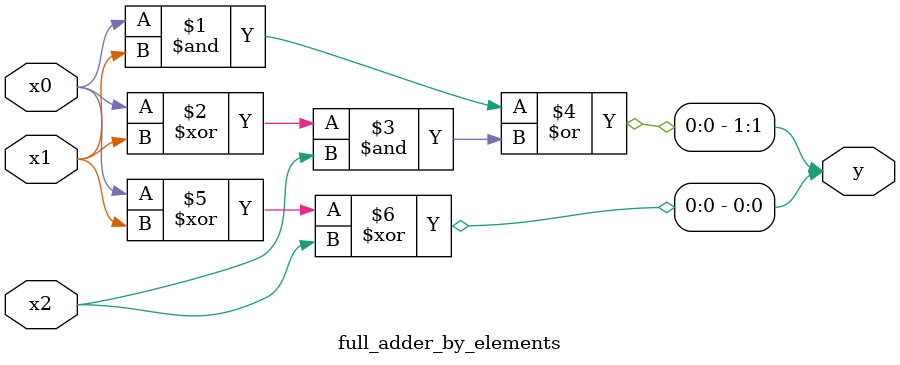
<source format=v>
`timescale 1ns / 1ps
module full_adder_by_elements(
	input wire x2,x1,x0,
	output wire [1:0] y
);
	assign y[1] = (x0 & x1) | ((x0^x1)&x2);
	assign y[0] = (x0^x1)^x2;
endmodule

</source>
